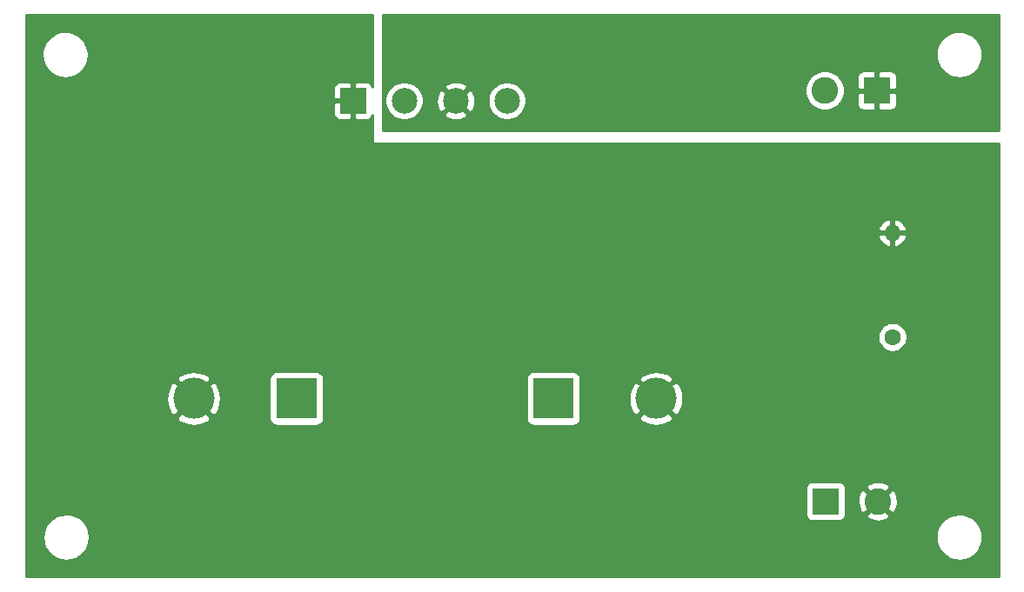
<source format=gbl>
G04 #@! TF.GenerationSoftware,KiCad,Pcbnew,(5.1.0-0)*
G04 #@! TF.CreationDate,2019-06-08T23:36:10+01:00*
G04 #@! TF.ProjectId,PowerStage,506f7765-7253-4746-9167-652e6b696361,1.0*
G04 #@! TF.SameCoordinates,Original*
G04 #@! TF.FileFunction,Copper,L2,Bot*
G04 #@! TF.FilePolarity,Positive*
%FSLAX46Y46*%
G04 Gerber Fmt 4.6, Leading zero omitted, Abs format (unit mm)*
G04 Created by KiCad (PCBNEW (5.1.0-0)) date 2019-06-08 23:36:10*
%MOMM*%
%LPD*%
G04 APERTURE LIST*
%ADD10R,2.500000X2.500000*%
%ADD11C,2.500000*%
%ADD12C,2.600000*%
%ADD13R,2.600000X2.600000*%
%ADD14C,1.600000*%
%ADD15O,1.600000X1.600000*%
%ADD16R,4.000000X4.000000*%
%ADD17C,4.000000*%
%ADD18C,0.800000*%
%ADD19C,0.254000*%
G04 APERTURE END LIST*
D10*
X122500000Y-39000000D03*
D11*
X127500000Y-39000000D03*
X132500000Y-39000000D03*
X137500000Y-39000000D03*
D12*
X173580000Y-78000000D03*
D13*
X168500000Y-78000000D03*
X173500000Y-38000000D03*
D12*
X168420000Y-38000000D03*
D14*
X175000000Y-62000000D03*
D15*
X175000000Y-51840000D03*
D16*
X117000000Y-68000000D03*
D17*
X107000000Y-68000000D03*
X152000000Y-68000000D03*
D16*
X142000000Y-68000000D03*
D18*
X115500000Y-46500000D03*
X118500000Y-46500000D03*
X121500000Y-46500000D03*
X124500000Y-46500000D03*
X128000000Y-46500000D03*
X126500000Y-48500000D03*
X123000000Y-48500000D03*
X120000000Y-48500000D03*
X117000000Y-48500000D03*
X119500000Y-51000000D03*
X122500000Y-51000000D03*
X158000000Y-51500000D03*
X160500000Y-51500000D03*
X160000000Y-53500000D03*
X162500000Y-53500000D03*
X162000000Y-56000000D03*
X164500000Y-58500000D03*
X164500000Y-56000000D03*
X165000000Y-51500000D03*
X172000000Y-48500000D03*
X175500000Y-48500000D03*
X178500000Y-48500000D03*
X105000000Y-51000000D03*
X102500000Y-52500000D03*
X100000000Y-54000000D03*
X97500000Y-55500000D03*
X95000000Y-57500000D03*
X95000000Y-55000000D03*
X97500000Y-53000000D03*
X100000000Y-51500000D03*
X95000000Y-52500000D03*
X97500000Y-50500000D03*
X130000000Y-77500000D03*
X130000000Y-80000000D03*
X130000000Y-82500000D03*
X132500000Y-82500000D03*
X127000000Y-82500000D03*
X124000000Y-82500000D03*
X135500000Y-82500000D03*
X134000000Y-80000000D03*
X126000000Y-80000000D03*
X162500000Y-79000000D03*
X162500000Y-82000000D03*
X159500000Y-82000000D03*
X142500000Y-50250000D03*
X140250000Y-51500000D03*
X138250000Y-52750000D03*
X136250000Y-54000000D03*
X134500000Y-55250000D03*
X132500000Y-56750000D03*
X132500000Y-54500000D03*
X134000000Y-53250000D03*
X136000000Y-52000000D03*
X137750000Y-50500000D03*
X140000000Y-49250000D03*
X177000000Y-46750000D03*
X173750000Y-47000000D03*
X167750000Y-51500000D03*
X170250000Y-51500000D03*
X170250000Y-53500000D03*
X167750000Y-53500000D03*
X169250000Y-55500000D03*
X126500000Y-31500000D03*
X131500000Y-31500000D03*
X135500000Y-31500000D03*
X139500000Y-31500000D03*
X143500000Y-31500000D03*
X147500000Y-31500000D03*
X151500000Y-31500000D03*
X155500000Y-31500000D03*
X159500000Y-31500000D03*
X163500000Y-31500000D03*
X167500000Y-31500000D03*
X171500000Y-31500000D03*
X175500000Y-31500000D03*
X161500000Y-37500000D03*
X163500000Y-40000000D03*
X143000000Y-38500000D03*
X161000000Y-39500000D03*
D19*
G36*
X124373000Y-37616248D02*
G01*
X124339502Y-37505820D01*
X124280537Y-37395506D01*
X124201185Y-37298815D01*
X124104494Y-37219463D01*
X123994180Y-37160498D01*
X123874482Y-37124188D01*
X123750000Y-37111928D01*
X122785750Y-37115000D01*
X122627000Y-37273750D01*
X122627000Y-38873000D01*
X122647000Y-38873000D01*
X122647000Y-39127000D01*
X122627000Y-39127000D01*
X122627000Y-40726250D01*
X122785750Y-40885000D01*
X123750000Y-40888072D01*
X123874482Y-40875812D01*
X123994180Y-40839502D01*
X124104494Y-40780537D01*
X124201185Y-40701185D01*
X124280537Y-40604494D01*
X124339502Y-40494180D01*
X124373000Y-40383752D01*
X124373000Y-43000000D01*
X124375440Y-43024776D01*
X124382667Y-43048601D01*
X124394403Y-43070557D01*
X124410197Y-43089803D01*
X124429443Y-43105597D01*
X124451399Y-43117333D01*
X124475224Y-43124560D01*
X124500000Y-43127000D01*
X185340000Y-43127000D01*
X185340001Y-85340000D01*
X90660000Y-85340000D01*
X90660000Y-81531834D01*
X92320222Y-81531834D01*
X92369823Y-81974039D01*
X92504371Y-82398188D01*
X92718741Y-82788125D01*
X93004768Y-83128998D01*
X93351556Y-83407823D01*
X93745897Y-83613979D01*
X94172771Y-83739615D01*
X94615917Y-83779944D01*
X95058458Y-83733432D01*
X95483536Y-83601848D01*
X95874960Y-83390206D01*
X96217821Y-83106566D01*
X96499060Y-82761733D01*
X96707965Y-82368840D01*
X96836578Y-81942854D01*
X96876878Y-81531834D01*
X179220222Y-81531834D01*
X179269823Y-81974039D01*
X179404371Y-82398188D01*
X179618741Y-82788125D01*
X179904768Y-83128998D01*
X180251556Y-83407823D01*
X180645897Y-83613979D01*
X181072771Y-83739615D01*
X181515917Y-83779944D01*
X181958458Y-83733432D01*
X182383536Y-83601848D01*
X182774960Y-83390206D01*
X183117821Y-83106566D01*
X183399060Y-82761733D01*
X183607965Y-82368840D01*
X183736578Y-81942854D01*
X183780000Y-81500000D01*
X183779111Y-81436339D01*
X183723341Y-80994869D01*
X183582884Y-80572640D01*
X183363090Y-80185734D01*
X183072333Y-79848888D01*
X182721685Y-79574932D01*
X182324504Y-79374302D01*
X181895918Y-79254638D01*
X181452251Y-79220500D01*
X181010403Y-79273187D01*
X180587204Y-79410693D01*
X180198773Y-79627780D01*
X179859905Y-79916179D01*
X179583508Y-80264905D01*
X179380110Y-80660676D01*
X179257457Y-81088416D01*
X179220222Y-81531834D01*
X96876878Y-81531834D01*
X96880000Y-81500000D01*
X96879111Y-81436339D01*
X96823341Y-80994869D01*
X96682884Y-80572640D01*
X96463090Y-80185734D01*
X96172333Y-79848888D01*
X95821685Y-79574932D01*
X95424504Y-79374302D01*
X94995918Y-79254638D01*
X94552251Y-79220500D01*
X94110403Y-79273187D01*
X93687204Y-79410693D01*
X93298773Y-79627780D01*
X92959905Y-79916179D01*
X92683508Y-80264905D01*
X92480110Y-80660676D01*
X92357457Y-81088416D01*
X92320222Y-81531834D01*
X90660000Y-81531834D01*
X90660000Y-76700000D01*
X166561928Y-76700000D01*
X166561928Y-79300000D01*
X166574188Y-79424482D01*
X166610498Y-79544180D01*
X166669463Y-79654494D01*
X166748815Y-79751185D01*
X166845506Y-79830537D01*
X166955820Y-79889502D01*
X167075518Y-79925812D01*
X167200000Y-79938072D01*
X169800000Y-79938072D01*
X169924482Y-79925812D01*
X170044180Y-79889502D01*
X170154494Y-79830537D01*
X170251185Y-79751185D01*
X170330537Y-79654494D01*
X170389502Y-79544180D01*
X170425812Y-79424482D01*
X170433224Y-79349224D01*
X172410381Y-79349224D01*
X172542317Y-79644312D01*
X172883045Y-79815159D01*
X173250557Y-79916250D01*
X173630729Y-79943701D01*
X174008951Y-79896457D01*
X174370690Y-79776333D01*
X174617683Y-79644312D01*
X174749619Y-79349224D01*
X173580000Y-78179605D01*
X172410381Y-79349224D01*
X170433224Y-79349224D01*
X170438072Y-79300000D01*
X170438072Y-78050729D01*
X171636299Y-78050729D01*
X171683543Y-78428951D01*
X171803667Y-78790690D01*
X171935688Y-79037683D01*
X172230776Y-79169619D01*
X173400395Y-78000000D01*
X173759605Y-78000000D01*
X174929224Y-79169619D01*
X175224312Y-79037683D01*
X175395159Y-78696955D01*
X175496250Y-78329443D01*
X175523701Y-77949271D01*
X175476457Y-77571049D01*
X175356333Y-77209310D01*
X175224312Y-76962317D01*
X174929224Y-76830381D01*
X173759605Y-78000000D01*
X173400395Y-78000000D01*
X172230776Y-76830381D01*
X171935688Y-76962317D01*
X171764841Y-77303045D01*
X171663750Y-77670557D01*
X171636299Y-78050729D01*
X170438072Y-78050729D01*
X170438072Y-76700000D01*
X170433225Y-76650776D01*
X172410381Y-76650776D01*
X173580000Y-77820395D01*
X174749619Y-76650776D01*
X174617683Y-76355688D01*
X174276955Y-76184841D01*
X173909443Y-76083750D01*
X173529271Y-76056299D01*
X173151049Y-76103543D01*
X172789310Y-76223667D01*
X172542317Y-76355688D01*
X172410381Y-76650776D01*
X170433225Y-76650776D01*
X170425812Y-76575518D01*
X170389502Y-76455820D01*
X170330537Y-76345506D01*
X170251185Y-76248815D01*
X170154494Y-76169463D01*
X170044180Y-76110498D01*
X169924482Y-76074188D01*
X169800000Y-76061928D01*
X167200000Y-76061928D01*
X167075518Y-76074188D01*
X166955820Y-76110498D01*
X166845506Y-76169463D01*
X166748815Y-76248815D01*
X166669463Y-76345506D01*
X166610498Y-76455820D01*
X166574188Y-76575518D01*
X166561928Y-76700000D01*
X90660000Y-76700000D01*
X90660000Y-69847499D01*
X105332106Y-69847499D01*
X105548228Y-70214258D01*
X106008105Y-70454938D01*
X106506098Y-70601275D01*
X107023071Y-70647648D01*
X107539159Y-70592273D01*
X108034526Y-70437279D01*
X108451772Y-70214258D01*
X108667894Y-69847499D01*
X107000000Y-68179605D01*
X105332106Y-69847499D01*
X90660000Y-69847499D01*
X90660000Y-68023071D01*
X104352352Y-68023071D01*
X104407727Y-68539159D01*
X104562721Y-69034526D01*
X104785742Y-69451772D01*
X105152501Y-69667894D01*
X106820395Y-68000000D01*
X107179605Y-68000000D01*
X108847499Y-69667894D01*
X109214258Y-69451772D01*
X109454938Y-68991895D01*
X109601275Y-68493902D01*
X109647648Y-67976929D01*
X109592273Y-67460841D01*
X109437279Y-66965474D01*
X109214258Y-66548228D01*
X108847499Y-66332106D01*
X107179605Y-68000000D01*
X106820395Y-68000000D01*
X105152501Y-66332106D01*
X104785742Y-66548228D01*
X104545062Y-67008105D01*
X104398725Y-67506098D01*
X104352352Y-68023071D01*
X90660000Y-68023071D01*
X90660000Y-66152501D01*
X105332106Y-66152501D01*
X107000000Y-67820395D01*
X108667894Y-66152501D01*
X108578029Y-66000000D01*
X114361928Y-66000000D01*
X114361928Y-70000000D01*
X114374188Y-70124482D01*
X114410498Y-70244180D01*
X114469463Y-70354494D01*
X114548815Y-70451185D01*
X114645506Y-70530537D01*
X114755820Y-70589502D01*
X114875518Y-70625812D01*
X115000000Y-70638072D01*
X119000000Y-70638072D01*
X119124482Y-70625812D01*
X119244180Y-70589502D01*
X119354494Y-70530537D01*
X119451185Y-70451185D01*
X119530537Y-70354494D01*
X119589502Y-70244180D01*
X119625812Y-70124482D01*
X119638072Y-70000000D01*
X119638072Y-66000000D01*
X139361928Y-66000000D01*
X139361928Y-70000000D01*
X139374188Y-70124482D01*
X139410498Y-70244180D01*
X139469463Y-70354494D01*
X139548815Y-70451185D01*
X139645506Y-70530537D01*
X139755820Y-70589502D01*
X139875518Y-70625812D01*
X140000000Y-70638072D01*
X144000000Y-70638072D01*
X144124482Y-70625812D01*
X144244180Y-70589502D01*
X144354494Y-70530537D01*
X144451185Y-70451185D01*
X144530537Y-70354494D01*
X144589502Y-70244180D01*
X144625812Y-70124482D01*
X144638072Y-70000000D01*
X144638072Y-69847499D01*
X150332106Y-69847499D01*
X150548228Y-70214258D01*
X151008105Y-70454938D01*
X151506098Y-70601275D01*
X152023071Y-70647648D01*
X152539159Y-70592273D01*
X153034526Y-70437279D01*
X153451772Y-70214258D01*
X153667894Y-69847499D01*
X152000000Y-68179605D01*
X150332106Y-69847499D01*
X144638072Y-69847499D01*
X144638072Y-68023071D01*
X149352352Y-68023071D01*
X149407727Y-68539159D01*
X149562721Y-69034526D01*
X149785742Y-69451772D01*
X150152501Y-69667894D01*
X151820395Y-68000000D01*
X152179605Y-68000000D01*
X153847499Y-69667894D01*
X154214258Y-69451772D01*
X154454938Y-68991895D01*
X154601275Y-68493902D01*
X154647648Y-67976929D01*
X154592273Y-67460841D01*
X154437279Y-66965474D01*
X154214258Y-66548228D01*
X153847499Y-66332106D01*
X152179605Y-68000000D01*
X151820395Y-68000000D01*
X150152501Y-66332106D01*
X149785742Y-66548228D01*
X149545062Y-67008105D01*
X149398725Y-67506098D01*
X149352352Y-68023071D01*
X144638072Y-68023071D01*
X144638072Y-66152501D01*
X150332106Y-66152501D01*
X152000000Y-67820395D01*
X153667894Y-66152501D01*
X153451772Y-65785742D01*
X152991895Y-65545062D01*
X152493902Y-65398725D01*
X151976929Y-65352352D01*
X151460841Y-65407727D01*
X150965474Y-65562721D01*
X150548228Y-65785742D01*
X150332106Y-66152501D01*
X144638072Y-66152501D01*
X144638072Y-66000000D01*
X144625812Y-65875518D01*
X144589502Y-65755820D01*
X144530537Y-65645506D01*
X144451185Y-65548815D01*
X144354494Y-65469463D01*
X144244180Y-65410498D01*
X144124482Y-65374188D01*
X144000000Y-65361928D01*
X140000000Y-65361928D01*
X139875518Y-65374188D01*
X139755820Y-65410498D01*
X139645506Y-65469463D01*
X139548815Y-65548815D01*
X139469463Y-65645506D01*
X139410498Y-65755820D01*
X139374188Y-65875518D01*
X139361928Y-66000000D01*
X119638072Y-66000000D01*
X119625812Y-65875518D01*
X119589502Y-65755820D01*
X119530537Y-65645506D01*
X119451185Y-65548815D01*
X119354494Y-65469463D01*
X119244180Y-65410498D01*
X119124482Y-65374188D01*
X119000000Y-65361928D01*
X115000000Y-65361928D01*
X114875518Y-65374188D01*
X114755820Y-65410498D01*
X114645506Y-65469463D01*
X114548815Y-65548815D01*
X114469463Y-65645506D01*
X114410498Y-65755820D01*
X114374188Y-65875518D01*
X114361928Y-66000000D01*
X108578029Y-66000000D01*
X108451772Y-65785742D01*
X107991895Y-65545062D01*
X107493902Y-65398725D01*
X106976929Y-65352352D01*
X106460841Y-65407727D01*
X105965474Y-65562721D01*
X105548228Y-65785742D01*
X105332106Y-66152501D01*
X90660000Y-66152501D01*
X90660000Y-61858665D01*
X173565000Y-61858665D01*
X173565000Y-62141335D01*
X173620147Y-62418574D01*
X173728320Y-62679727D01*
X173885363Y-62914759D01*
X174085241Y-63114637D01*
X174320273Y-63271680D01*
X174581426Y-63379853D01*
X174858665Y-63435000D01*
X175141335Y-63435000D01*
X175418574Y-63379853D01*
X175679727Y-63271680D01*
X175914759Y-63114637D01*
X176114637Y-62914759D01*
X176271680Y-62679727D01*
X176379853Y-62418574D01*
X176435000Y-62141335D01*
X176435000Y-61858665D01*
X176379853Y-61581426D01*
X176271680Y-61320273D01*
X176114637Y-61085241D01*
X175914759Y-60885363D01*
X175679727Y-60728320D01*
X175418574Y-60620147D01*
X175141335Y-60565000D01*
X174858665Y-60565000D01*
X174581426Y-60620147D01*
X174320273Y-60728320D01*
X174085241Y-60885363D01*
X173885363Y-61085241D01*
X173728320Y-61320273D01*
X173620147Y-61581426D01*
X173565000Y-61858665D01*
X90660000Y-61858665D01*
X90660000Y-52189040D01*
X173608091Y-52189040D01*
X173702930Y-52453881D01*
X173847615Y-52695131D01*
X174036586Y-52903519D01*
X174262580Y-53071037D01*
X174516913Y-53191246D01*
X174650961Y-53231904D01*
X174873000Y-53109915D01*
X174873000Y-51967000D01*
X175127000Y-51967000D01*
X175127000Y-53109915D01*
X175349039Y-53231904D01*
X175483087Y-53191246D01*
X175737420Y-53071037D01*
X175963414Y-52903519D01*
X176152385Y-52695131D01*
X176297070Y-52453881D01*
X176391909Y-52189040D01*
X176270624Y-51967000D01*
X175127000Y-51967000D01*
X174873000Y-51967000D01*
X173729376Y-51967000D01*
X173608091Y-52189040D01*
X90660000Y-52189040D01*
X90660000Y-51490960D01*
X173608091Y-51490960D01*
X173729376Y-51713000D01*
X174873000Y-51713000D01*
X174873000Y-50570085D01*
X175127000Y-50570085D01*
X175127000Y-51713000D01*
X176270624Y-51713000D01*
X176391909Y-51490960D01*
X176297070Y-51226119D01*
X176152385Y-50984869D01*
X175963414Y-50776481D01*
X175737420Y-50608963D01*
X175483087Y-50488754D01*
X175349039Y-50448096D01*
X175127000Y-50570085D01*
X174873000Y-50570085D01*
X174650961Y-50448096D01*
X174516913Y-50488754D01*
X174262580Y-50608963D01*
X174036586Y-50776481D01*
X173847615Y-50984869D01*
X173702930Y-51226119D01*
X173608091Y-51490960D01*
X90660000Y-51490960D01*
X90660000Y-40250000D01*
X120611928Y-40250000D01*
X120624188Y-40374482D01*
X120660498Y-40494180D01*
X120719463Y-40604494D01*
X120798815Y-40701185D01*
X120895506Y-40780537D01*
X121005820Y-40839502D01*
X121125518Y-40875812D01*
X121250000Y-40888072D01*
X122214250Y-40885000D01*
X122373000Y-40726250D01*
X122373000Y-39127000D01*
X120773750Y-39127000D01*
X120615000Y-39285750D01*
X120611928Y-40250000D01*
X90660000Y-40250000D01*
X90660000Y-37750000D01*
X120611928Y-37750000D01*
X120615000Y-38714250D01*
X120773750Y-38873000D01*
X122373000Y-38873000D01*
X122373000Y-37273750D01*
X122214250Y-37115000D01*
X121250000Y-37111928D01*
X121125518Y-37124188D01*
X121005820Y-37160498D01*
X120895506Y-37219463D01*
X120798815Y-37298815D01*
X120719463Y-37395506D01*
X120660498Y-37505820D01*
X120624188Y-37625518D01*
X120611928Y-37750000D01*
X90660000Y-37750000D01*
X90660000Y-34531834D01*
X92220222Y-34531834D01*
X92269823Y-34974039D01*
X92404371Y-35398188D01*
X92618741Y-35788125D01*
X92904768Y-36128998D01*
X93251556Y-36407823D01*
X93645897Y-36613979D01*
X94072771Y-36739615D01*
X94515917Y-36779944D01*
X94958458Y-36733432D01*
X95383536Y-36601848D01*
X95774960Y-36390206D01*
X96117821Y-36106566D01*
X96399060Y-35761733D01*
X96607965Y-35368840D01*
X96736578Y-34942854D01*
X96780000Y-34500000D01*
X96779111Y-34436339D01*
X96723341Y-33994869D01*
X96582884Y-33572640D01*
X96363090Y-33185734D01*
X96072333Y-32848888D01*
X95721685Y-32574932D01*
X95324504Y-32374302D01*
X94895918Y-32254638D01*
X94452251Y-32220500D01*
X94010403Y-32273187D01*
X93587204Y-32410693D01*
X93198773Y-32627780D01*
X92859905Y-32916179D01*
X92583508Y-33264905D01*
X92380110Y-33660676D01*
X92257457Y-34088416D01*
X92220222Y-34531834D01*
X90660000Y-34531834D01*
X90660000Y-30660000D01*
X124373000Y-30660000D01*
X124373000Y-37616248D01*
X124373000Y-37616248D01*
G37*
X124373000Y-37616248D02*
X124339502Y-37505820D01*
X124280537Y-37395506D01*
X124201185Y-37298815D01*
X124104494Y-37219463D01*
X123994180Y-37160498D01*
X123874482Y-37124188D01*
X123750000Y-37111928D01*
X122785750Y-37115000D01*
X122627000Y-37273750D01*
X122627000Y-38873000D01*
X122647000Y-38873000D01*
X122647000Y-39127000D01*
X122627000Y-39127000D01*
X122627000Y-40726250D01*
X122785750Y-40885000D01*
X123750000Y-40888072D01*
X123874482Y-40875812D01*
X123994180Y-40839502D01*
X124104494Y-40780537D01*
X124201185Y-40701185D01*
X124280537Y-40604494D01*
X124339502Y-40494180D01*
X124373000Y-40383752D01*
X124373000Y-43000000D01*
X124375440Y-43024776D01*
X124382667Y-43048601D01*
X124394403Y-43070557D01*
X124410197Y-43089803D01*
X124429443Y-43105597D01*
X124451399Y-43117333D01*
X124475224Y-43124560D01*
X124500000Y-43127000D01*
X185340000Y-43127000D01*
X185340001Y-85340000D01*
X90660000Y-85340000D01*
X90660000Y-81531834D01*
X92320222Y-81531834D01*
X92369823Y-81974039D01*
X92504371Y-82398188D01*
X92718741Y-82788125D01*
X93004768Y-83128998D01*
X93351556Y-83407823D01*
X93745897Y-83613979D01*
X94172771Y-83739615D01*
X94615917Y-83779944D01*
X95058458Y-83733432D01*
X95483536Y-83601848D01*
X95874960Y-83390206D01*
X96217821Y-83106566D01*
X96499060Y-82761733D01*
X96707965Y-82368840D01*
X96836578Y-81942854D01*
X96876878Y-81531834D01*
X179220222Y-81531834D01*
X179269823Y-81974039D01*
X179404371Y-82398188D01*
X179618741Y-82788125D01*
X179904768Y-83128998D01*
X180251556Y-83407823D01*
X180645897Y-83613979D01*
X181072771Y-83739615D01*
X181515917Y-83779944D01*
X181958458Y-83733432D01*
X182383536Y-83601848D01*
X182774960Y-83390206D01*
X183117821Y-83106566D01*
X183399060Y-82761733D01*
X183607965Y-82368840D01*
X183736578Y-81942854D01*
X183780000Y-81500000D01*
X183779111Y-81436339D01*
X183723341Y-80994869D01*
X183582884Y-80572640D01*
X183363090Y-80185734D01*
X183072333Y-79848888D01*
X182721685Y-79574932D01*
X182324504Y-79374302D01*
X181895918Y-79254638D01*
X181452251Y-79220500D01*
X181010403Y-79273187D01*
X180587204Y-79410693D01*
X180198773Y-79627780D01*
X179859905Y-79916179D01*
X179583508Y-80264905D01*
X179380110Y-80660676D01*
X179257457Y-81088416D01*
X179220222Y-81531834D01*
X96876878Y-81531834D01*
X96880000Y-81500000D01*
X96879111Y-81436339D01*
X96823341Y-80994869D01*
X96682884Y-80572640D01*
X96463090Y-80185734D01*
X96172333Y-79848888D01*
X95821685Y-79574932D01*
X95424504Y-79374302D01*
X94995918Y-79254638D01*
X94552251Y-79220500D01*
X94110403Y-79273187D01*
X93687204Y-79410693D01*
X93298773Y-79627780D01*
X92959905Y-79916179D01*
X92683508Y-80264905D01*
X92480110Y-80660676D01*
X92357457Y-81088416D01*
X92320222Y-81531834D01*
X90660000Y-81531834D01*
X90660000Y-76700000D01*
X166561928Y-76700000D01*
X166561928Y-79300000D01*
X166574188Y-79424482D01*
X166610498Y-79544180D01*
X166669463Y-79654494D01*
X166748815Y-79751185D01*
X166845506Y-79830537D01*
X166955820Y-79889502D01*
X167075518Y-79925812D01*
X167200000Y-79938072D01*
X169800000Y-79938072D01*
X169924482Y-79925812D01*
X170044180Y-79889502D01*
X170154494Y-79830537D01*
X170251185Y-79751185D01*
X170330537Y-79654494D01*
X170389502Y-79544180D01*
X170425812Y-79424482D01*
X170433224Y-79349224D01*
X172410381Y-79349224D01*
X172542317Y-79644312D01*
X172883045Y-79815159D01*
X173250557Y-79916250D01*
X173630729Y-79943701D01*
X174008951Y-79896457D01*
X174370690Y-79776333D01*
X174617683Y-79644312D01*
X174749619Y-79349224D01*
X173580000Y-78179605D01*
X172410381Y-79349224D01*
X170433224Y-79349224D01*
X170438072Y-79300000D01*
X170438072Y-78050729D01*
X171636299Y-78050729D01*
X171683543Y-78428951D01*
X171803667Y-78790690D01*
X171935688Y-79037683D01*
X172230776Y-79169619D01*
X173400395Y-78000000D01*
X173759605Y-78000000D01*
X174929224Y-79169619D01*
X175224312Y-79037683D01*
X175395159Y-78696955D01*
X175496250Y-78329443D01*
X175523701Y-77949271D01*
X175476457Y-77571049D01*
X175356333Y-77209310D01*
X175224312Y-76962317D01*
X174929224Y-76830381D01*
X173759605Y-78000000D01*
X173400395Y-78000000D01*
X172230776Y-76830381D01*
X171935688Y-76962317D01*
X171764841Y-77303045D01*
X171663750Y-77670557D01*
X171636299Y-78050729D01*
X170438072Y-78050729D01*
X170438072Y-76700000D01*
X170433225Y-76650776D01*
X172410381Y-76650776D01*
X173580000Y-77820395D01*
X174749619Y-76650776D01*
X174617683Y-76355688D01*
X174276955Y-76184841D01*
X173909443Y-76083750D01*
X173529271Y-76056299D01*
X173151049Y-76103543D01*
X172789310Y-76223667D01*
X172542317Y-76355688D01*
X172410381Y-76650776D01*
X170433225Y-76650776D01*
X170425812Y-76575518D01*
X170389502Y-76455820D01*
X170330537Y-76345506D01*
X170251185Y-76248815D01*
X170154494Y-76169463D01*
X170044180Y-76110498D01*
X169924482Y-76074188D01*
X169800000Y-76061928D01*
X167200000Y-76061928D01*
X167075518Y-76074188D01*
X166955820Y-76110498D01*
X166845506Y-76169463D01*
X166748815Y-76248815D01*
X166669463Y-76345506D01*
X166610498Y-76455820D01*
X166574188Y-76575518D01*
X166561928Y-76700000D01*
X90660000Y-76700000D01*
X90660000Y-69847499D01*
X105332106Y-69847499D01*
X105548228Y-70214258D01*
X106008105Y-70454938D01*
X106506098Y-70601275D01*
X107023071Y-70647648D01*
X107539159Y-70592273D01*
X108034526Y-70437279D01*
X108451772Y-70214258D01*
X108667894Y-69847499D01*
X107000000Y-68179605D01*
X105332106Y-69847499D01*
X90660000Y-69847499D01*
X90660000Y-68023071D01*
X104352352Y-68023071D01*
X104407727Y-68539159D01*
X104562721Y-69034526D01*
X104785742Y-69451772D01*
X105152501Y-69667894D01*
X106820395Y-68000000D01*
X107179605Y-68000000D01*
X108847499Y-69667894D01*
X109214258Y-69451772D01*
X109454938Y-68991895D01*
X109601275Y-68493902D01*
X109647648Y-67976929D01*
X109592273Y-67460841D01*
X109437279Y-66965474D01*
X109214258Y-66548228D01*
X108847499Y-66332106D01*
X107179605Y-68000000D01*
X106820395Y-68000000D01*
X105152501Y-66332106D01*
X104785742Y-66548228D01*
X104545062Y-67008105D01*
X104398725Y-67506098D01*
X104352352Y-68023071D01*
X90660000Y-68023071D01*
X90660000Y-66152501D01*
X105332106Y-66152501D01*
X107000000Y-67820395D01*
X108667894Y-66152501D01*
X108578029Y-66000000D01*
X114361928Y-66000000D01*
X114361928Y-70000000D01*
X114374188Y-70124482D01*
X114410498Y-70244180D01*
X114469463Y-70354494D01*
X114548815Y-70451185D01*
X114645506Y-70530537D01*
X114755820Y-70589502D01*
X114875518Y-70625812D01*
X115000000Y-70638072D01*
X119000000Y-70638072D01*
X119124482Y-70625812D01*
X119244180Y-70589502D01*
X119354494Y-70530537D01*
X119451185Y-70451185D01*
X119530537Y-70354494D01*
X119589502Y-70244180D01*
X119625812Y-70124482D01*
X119638072Y-70000000D01*
X119638072Y-66000000D01*
X139361928Y-66000000D01*
X139361928Y-70000000D01*
X139374188Y-70124482D01*
X139410498Y-70244180D01*
X139469463Y-70354494D01*
X139548815Y-70451185D01*
X139645506Y-70530537D01*
X139755820Y-70589502D01*
X139875518Y-70625812D01*
X140000000Y-70638072D01*
X144000000Y-70638072D01*
X144124482Y-70625812D01*
X144244180Y-70589502D01*
X144354494Y-70530537D01*
X144451185Y-70451185D01*
X144530537Y-70354494D01*
X144589502Y-70244180D01*
X144625812Y-70124482D01*
X144638072Y-70000000D01*
X144638072Y-69847499D01*
X150332106Y-69847499D01*
X150548228Y-70214258D01*
X151008105Y-70454938D01*
X151506098Y-70601275D01*
X152023071Y-70647648D01*
X152539159Y-70592273D01*
X153034526Y-70437279D01*
X153451772Y-70214258D01*
X153667894Y-69847499D01*
X152000000Y-68179605D01*
X150332106Y-69847499D01*
X144638072Y-69847499D01*
X144638072Y-68023071D01*
X149352352Y-68023071D01*
X149407727Y-68539159D01*
X149562721Y-69034526D01*
X149785742Y-69451772D01*
X150152501Y-69667894D01*
X151820395Y-68000000D01*
X152179605Y-68000000D01*
X153847499Y-69667894D01*
X154214258Y-69451772D01*
X154454938Y-68991895D01*
X154601275Y-68493902D01*
X154647648Y-67976929D01*
X154592273Y-67460841D01*
X154437279Y-66965474D01*
X154214258Y-66548228D01*
X153847499Y-66332106D01*
X152179605Y-68000000D01*
X151820395Y-68000000D01*
X150152501Y-66332106D01*
X149785742Y-66548228D01*
X149545062Y-67008105D01*
X149398725Y-67506098D01*
X149352352Y-68023071D01*
X144638072Y-68023071D01*
X144638072Y-66152501D01*
X150332106Y-66152501D01*
X152000000Y-67820395D01*
X153667894Y-66152501D01*
X153451772Y-65785742D01*
X152991895Y-65545062D01*
X152493902Y-65398725D01*
X151976929Y-65352352D01*
X151460841Y-65407727D01*
X150965474Y-65562721D01*
X150548228Y-65785742D01*
X150332106Y-66152501D01*
X144638072Y-66152501D01*
X144638072Y-66000000D01*
X144625812Y-65875518D01*
X144589502Y-65755820D01*
X144530537Y-65645506D01*
X144451185Y-65548815D01*
X144354494Y-65469463D01*
X144244180Y-65410498D01*
X144124482Y-65374188D01*
X144000000Y-65361928D01*
X140000000Y-65361928D01*
X139875518Y-65374188D01*
X139755820Y-65410498D01*
X139645506Y-65469463D01*
X139548815Y-65548815D01*
X139469463Y-65645506D01*
X139410498Y-65755820D01*
X139374188Y-65875518D01*
X139361928Y-66000000D01*
X119638072Y-66000000D01*
X119625812Y-65875518D01*
X119589502Y-65755820D01*
X119530537Y-65645506D01*
X119451185Y-65548815D01*
X119354494Y-65469463D01*
X119244180Y-65410498D01*
X119124482Y-65374188D01*
X119000000Y-65361928D01*
X115000000Y-65361928D01*
X114875518Y-65374188D01*
X114755820Y-65410498D01*
X114645506Y-65469463D01*
X114548815Y-65548815D01*
X114469463Y-65645506D01*
X114410498Y-65755820D01*
X114374188Y-65875518D01*
X114361928Y-66000000D01*
X108578029Y-66000000D01*
X108451772Y-65785742D01*
X107991895Y-65545062D01*
X107493902Y-65398725D01*
X106976929Y-65352352D01*
X106460841Y-65407727D01*
X105965474Y-65562721D01*
X105548228Y-65785742D01*
X105332106Y-66152501D01*
X90660000Y-66152501D01*
X90660000Y-61858665D01*
X173565000Y-61858665D01*
X173565000Y-62141335D01*
X173620147Y-62418574D01*
X173728320Y-62679727D01*
X173885363Y-62914759D01*
X174085241Y-63114637D01*
X174320273Y-63271680D01*
X174581426Y-63379853D01*
X174858665Y-63435000D01*
X175141335Y-63435000D01*
X175418574Y-63379853D01*
X175679727Y-63271680D01*
X175914759Y-63114637D01*
X176114637Y-62914759D01*
X176271680Y-62679727D01*
X176379853Y-62418574D01*
X176435000Y-62141335D01*
X176435000Y-61858665D01*
X176379853Y-61581426D01*
X176271680Y-61320273D01*
X176114637Y-61085241D01*
X175914759Y-60885363D01*
X175679727Y-60728320D01*
X175418574Y-60620147D01*
X175141335Y-60565000D01*
X174858665Y-60565000D01*
X174581426Y-60620147D01*
X174320273Y-60728320D01*
X174085241Y-60885363D01*
X173885363Y-61085241D01*
X173728320Y-61320273D01*
X173620147Y-61581426D01*
X173565000Y-61858665D01*
X90660000Y-61858665D01*
X90660000Y-52189040D01*
X173608091Y-52189040D01*
X173702930Y-52453881D01*
X173847615Y-52695131D01*
X174036586Y-52903519D01*
X174262580Y-53071037D01*
X174516913Y-53191246D01*
X174650961Y-53231904D01*
X174873000Y-53109915D01*
X174873000Y-51967000D01*
X175127000Y-51967000D01*
X175127000Y-53109915D01*
X175349039Y-53231904D01*
X175483087Y-53191246D01*
X175737420Y-53071037D01*
X175963414Y-52903519D01*
X176152385Y-52695131D01*
X176297070Y-52453881D01*
X176391909Y-52189040D01*
X176270624Y-51967000D01*
X175127000Y-51967000D01*
X174873000Y-51967000D01*
X173729376Y-51967000D01*
X173608091Y-52189040D01*
X90660000Y-52189040D01*
X90660000Y-51490960D01*
X173608091Y-51490960D01*
X173729376Y-51713000D01*
X174873000Y-51713000D01*
X174873000Y-50570085D01*
X175127000Y-50570085D01*
X175127000Y-51713000D01*
X176270624Y-51713000D01*
X176391909Y-51490960D01*
X176297070Y-51226119D01*
X176152385Y-50984869D01*
X175963414Y-50776481D01*
X175737420Y-50608963D01*
X175483087Y-50488754D01*
X175349039Y-50448096D01*
X175127000Y-50570085D01*
X174873000Y-50570085D01*
X174650961Y-50448096D01*
X174516913Y-50488754D01*
X174262580Y-50608963D01*
X174036586Y-50776481D01*
X173847615Y-50984869D01*
X173702930Y-51226119D01*
X173608091Y-51490960D01*
X90660000Y-51490960D01*
X90660000Y-40250000D01*
X120611928Y-40250000D01*
X120624188Y-40374482D01*
X120660498Y-40494180D01*
X120719463Y-40604494D01*
X120798815Y-40701185D01*
X120895506Y-40780537D01*
X121005820Y-40839502D01*
X121125518Y-40875812D01*
X121250000Y-40888072D01*
X122214250Y-40885000D01*
X122373000Y-40726250D01*
X122373000Y-39127000D01*
X120773750Y-39127000D01*
X120615000Y-39285750D01*
X120611928Y-40250000D01*
X90660000Y-40250000D01*
X90660000Y-37750000D01*
X120611928Y-37750000D01*
X120615000Y-38714250D01*
X120773750Y-38873000D01*
X122373000Y-38873000D01*
X122373000Y-37273750D01*
X122214250Y-37115000D01*
X121250000Y-37111928D01*
X121125518Y-37124188D01*
X121005820Y-37160498D01*
X120895506Y-37219463D01*
X120798815Y-37298815D01*
X120719463Y-37395506D01*
X120660498Y-37505820D01*
X120624188Y-37625518D01*
X120611928Y-37750000D01*
X90660000Y-37750000D01*
X90660000Y-34531834D01*
X92220222Y-34531834D01*
X92269823Y-34974039D01*
X92404371Y-35398188D01*
X92618741Y-35788125D01*
X92904768Y-36128998D01*
X93251556Y-36407823D01*
X93645897Y-36613979D01*
X94072771Y-36739615D01*
X94515917Y-36779944D01*
X94958458Y-36733432D01*
X95383536Y-36601848D01*
X95774960Y-36390206D01*
X96117821Y-36106566D01*
X96399060Y-35761733D01*
X96607965Y-35368840D01*
X96736578Y-34942854D01*
X96780000Y-34500000D01*
X96779111Y-34436339D01*
X96723341Y-33994869D01*
X96582884Y-33572640D01*
X96363090Y-33185734D01*
X96072333Y-32848888D01*
X95721685Y-32574932D01*
X95324504Y-32374302D01*
X94895918Y-32254638D01*
X94452251Y-32220500D01*
X94010403Y-32273187D01*
X93587204Y-32410693D01*
X93198773Y-32627780D01*
X92859905Y-32916179D01*
X92583508Y-33264905D01*
X92380110Y-33660676D01*
X92257457Y-34088416D01*
X92220222Y-34531834D01*
X90660000Y-34531834D01*
X90660000Y-30660000D01*
X124373000Y-30660000D01*
X124373000Y-37616248D01*
G36*
X185340000Y-41873000D02*
G01*
X125377000Y-41873000D01*
X125377000Y-38814344D01*
X125615000Y-38814344D01*
X125615000Y-39185656D01*
X125687439Y-39549834D01*
X125829534Y-39892882D01*
X126035825Y-40201618D01*
X126298382Y-40464175D01*
X126607118Y-40670466D01*
X126950166Y-40812561D01*
X127314344Y-40885000D01*
X127685656Y-40885000D01*
X128049834Y-40812561D01*
X128392882Y-40670466D01*
X128701618Y-40464175D01*
X128852188Y-40313605D01*
X131366000Y-40313605D01*
X131491914Y-40603577D01*
X131824126Y-40769433D01*
X132182312Y-40867290D01*
X132552706Y-40893389D01*
X132921075Y-40846725D01*
X133273262Y-40729094D01*
X133508086Y-40603577D01*
X133634000Y-40313605D01*
X132500000Y-39179605D01*
X131366000Y-40313605D01*
X128852188Y-40313605D01*
X128964175Y-40201618D01*
X129170466Y-39892882D01*
X129312561Y-39549834D01*
X129385000Y-39185656D01*
X129385000Y-39052706D01*
X130606611Y-39052706D01*
X130653275Y-39421075D01*
X130770906Y-39773262D01*
X130896423Y-40008086D01*
X131186395Y-40134000D01*
X132320395Y-39000000D01*
X132679605Y-39000000D01*
X133813605Y-40134000D01*
X134103577Y-40008086D01*
X134269433Y-39675874D01*
X134367290Y-39317688D01*
X134393389Y-38947294D01*
X134376548Y-38814344D01*
X135615000Y-38814344D01*
X135615000Y-39185656D01*
X135687439Y-39549834D01*
X135829534Y-39892882D01*
X136035825Y-40201618D01*
X136298382Y-40464175D01*
X136607118Y-40670466D01*
X136950166Y-40812561D01*
X137314344Y-40885000D01*
X137685656Y-40885000D01*
X138049834Y-40812561D01*
X138392882Y-40670466D01*
X138701618Y-40464175D01*
X138964175Y-40201618D01*
X139170466Y-39892882D01*
X139312561Y-39549834D01*
X139385000Y-39185656D01*
X139385000Y-38814344D01*
X139312561Y-38450166D01*
X139170466Y-38107118D01*
X138971550Y-37809419D01*
X166485000Y-37809419D01*
X166485000Y-38190581D01*
X166559361Y-38564419D01*
X166705225Y-38916566D01*
X166916987Y-39233491D01*
X167186509Y-39503013D01*
X167503434Y-39714775D01*
X167855581Y-39860639D01*
X168229419Y-39935000D01*
X168610581Y-39935000D01*
X168984419Y-39860639D01*
X169336566Y-39714775D01*
X169653491Y-39503013D01*
X169856504Y-39300000D01*
X171561928Y-39300000D01*
X171574188Y-39424482D01*
X171610498Y-39544180D01*
X171669463Y-39654494D01*
X171748815Y-39751185D01*
X171845506Y-39830537D01*
X171955820Y-39889502D01*
X172075518Y-39925812D01*
X172200000Y-39938072D01*
X173214250Y-39935000D01*
X173373000Y-39776250D01*
X173373000Y-38127000D01*
X173627000Y-38127000D01*
X173627000Y-39776250D01*
X173785750Y-39935000D01*
X174800000Y-39938072D01*
X174924482Y-39925812D01*
X175044180Y-39889502D01*
X175154494Y-39830537D01*
X175251185Y-39751185D01*
X175330537Y-39654494D01*
X175389502Y-39544180D01*
X175425812Y-39424482D01*
X175438072Y-39300000D01*
X175435000Y-38285750D01*
X175276250Y-38127000D01*
X173627000Y-38127000D01*
X173373000Y-38127000D01*
X171723750Y-38127000D01*
X171565000Y-38285750D01*
X171561928Y-39300000D01*
X169856504Y-39300000D01*
X169923013Y-39233491D01*
X170134775Y-38916566D01*
X170280639Y-38564419D01*
X170355000Y-38190581D01*
X170355000Y-37809419D01*
X170280639Y-37435581D01*
X170134775Y-37083434D01*
X169923013Y-36766509D01*
X169856504Y-36700000D01*
X171561928Y-36700000D01*
X171565000Y-37714250D01*
X171723750Y-37873000D01*
X173373000Y-37873000D01*
X173373000Y-36223750D01*
X173627000Y-36223750D01*
X173627000Y-37873000D01*
X175276250Y-37873000D01*
X175435000Y-37714250D01*
X175438072Y-36700000D01*
X175425812Y-36575518D01*
X175389502Y-36455820D01*
X175330537Y-36345506D01*
X175251185Y-36248815D01*
X175154494Y-36169463D01*
X175044180Y-36110498D01*
X174924482Y-36074188D01*
X174800000Y-36061928D01*
X173785750Y-36065000D01*
X173627000Y-36223750D01*
X173373000Y-36223750D01*
X173214250Y-36065000D01*
X172200000Y-36061928D01*
X172075518Y-36074188D01*
X171955820Y-36110498D01*
X171845506Y-36169463D01*
X171748815Y-36248815D01*
X171669463Y-36345506D01*
X171610498Y-36455820D01*
X171574188Y-36575518D01*
X171561928Y-36700000D01*
X169856504Y-36700000D01*
X169653491Y-36496987D01*
X169336566Y-36285225D01*
X168984419Y-36139361D01*
X168610581Y-36065000D01*
X168229419Y-36065000D01*
X167855581Y-36139361D01*
X167503434Y-36285225D01*
X167186509Y-36496987D01*
X166916987Y-36766509D01*
X166705225Y-37083434D01*
X166559361Y-37435581D01*
X166485000Y-37809419D01*
X138971550Y-37809419D01*
X138964175Y-37798382D01*
X138701618Y-37535825D01*
X138392882Y-37329534D01*
X138049834Y-37187439D01*
X137685656Y-37115000D01*
X137314344Y-37115000D01*
X136950166Y-37187439D01*
X136607118Y-37329534D01*
X136298382Y-37535825D01*
X136035825Y-37798382D01*
X135829534Y-38107118D01*
X135687439Y-38450166D01*
X135615000Y-38814344D01*
X134376548Y-38814344D01*
X134346725Y-38578925D01*
X134229094Y-38226738D01*
X134103577Y-37991914D01*
X133813605Y-37866000D01*
X132679605Y-39000000D01*
X132320395Y-39000000D01*
X131186395Y-37866000D01*
X130896423Y-37991914D01*
X130730567Y-38324126D01*
X130632710Y-38682312D01*
X130606611Y-39052706D01*
X129385000Y-39052706D01*
X129385000Y-38814344D01*
X129312561Y-38450166D01*
X129170466Y-38107118D01*
X128964175Y-37798382D01*
X128852188Y-37686395D01*
X131366000Y-37686395D01*
X132500000Y-38820395D01*
X133634000Y-37686395D01*
X133508086Y-37396423D01*
X133175874Y-37230567D01*
X132817688Y-37132710D01*
X132447294Y-37106611D01*
X132078925Y-37153275D01*
X131726738Y-37270906D01*
X131491914Y-37396423D01*
X131366000Y-37686395D01*
X128852188Y-37686395D01*
X128701618Y-37535825D01*
X128392882Y-37329534D01*
X128049834Y-37187439D01*
X127685656Y-37115000D01*
X127314344Y-37115000D01*
X126950166Y-37187439D01*
X126607118Y-37329534D01*
X126298382Y-37535825D01*
X126035825Y-37798382D01*
X125829534Y-38107118D01*
X125687439Y-38450166D01*
X125615000Y-38814344D01*
X125377000Y-38814344D01*
X125377000Y-34531834D01*
X179220222Y-34531834D01*
X179269823Y-34974039D01*
X179404371Y-35398188D01*
X179618741Y-35788125D01*
X179904768Y-36128998D01*
X180251556Y-36407823D01*
X180645897Y-36613979D01*
X181072771Y-36739615D01*
X181515917Y-36779944D01*
X181958458Y-36733432D01*
X182383536Y-36601848D01*
X182774960Y-36390206D01*
X183117821Y-36106566D01*
X183399060Y-35761733D01*
X183607965Y-35368840D01*
X183736578Y-34942854D01*
X183780000Y-34500000D01*
X183779111Y-34436339D01*
X183723341Y-33994869D01*
X183582884Y-33572640D01*
X183363090Y-33185734D01*
X183072333Y-32848888D01*
X182721685Y-32574932D01*
X182324504Y-32374302D01*
X181895918Y-32254638D01*
X181452251Y-32220500D01*
X181010403Y-32273187D01*
X180587204Y-32410693D01*
X180198773Y-32627780D01*
X179859905Y-32916179D01*
X179583508Y-33264905D01*
X179380110Y-33660676D01*
X179257457Y-34088416D01*
X179220222Y-34531834D01*
X125377000Y-34531834D01*
X125377000Y-30660000D01*
X185340000Y-30660000D01*
X185340000Y-41873000D01*
X185340000Y-41873000D01*
G37*
X185340000Y-41873000D02*
X125377000Y-41873000D01*
X125377000Y-38814344D01*
X125615000Y-38814344D01*
X125615000Y-39185656D01*
X125687439Y-39549834D01*
X125829534Y-39892882D01*
X126035825Y-40201618D01*
X126298382Y-40464175D01*
X126607118Y-40670466D01*
X126950166Y-40812561D01*
X127314344Y-40885000D01*
X127685656Y-40885000D01*
X128049834Y-40812561D01*
X128392882Y-40670466D01*
X128701618Y-40464175D01*
X128852188Y-40313605D01*
X131366000Y-40313605D01*
X131491914Y-40603577D01*
X131824126Y-40769433D01*
X132182312Y-40867290D01*
X132552706Y-40893389D01*
X132921075Y-40846725D01*
X133273262Y-40729094D01*
X133508086Y-40603577D01*
X133634000Y-40313605D01*
X132500000Y-39179605D01*
X131366000Y-40313605D01*
X128852188Y-40313605D01*
X128964175Y-40201618D01*
X129170466Y-39892882D01*
X129312561Y-39549834D01*
X129385000Y-39185656D01*
X129385000Y-39052706D01*
X130606611Y-39052706D01*
X130653275Y-39421075D01*
X130770906Y-39773262D01*
X130896423Y-40008086D01*
X131186395Y-40134000D01*
X132320395Y-39000000D01*
X132679605Y-39000000D01*
X133813605Y-40134000D01*
X134103577Y-40008086D01*
X134269433Y-39675874D01*
X134367290Y-39317688D01*
X134393389Y-38947294D01*
X134376548Y-38814344D01*
X135615000Y-38814344D01*
X135615000Y-39185656D01*
X135687439Y-39549834D01*
X135829534Y-39892882D01*
X136035825Y-40201618D01*
X136298382Y-40464175D01*
X136607118Y-40670466D01*
X136950166Y-40812561D01*
X137314344Y-40885000D01*
X137685656Y-40885000D01*
X138049834Y-40812561D01*
X138392882Y-40670466D01*
X138701618Y-40464175D01*
X138964175Y-40201618D01*
X139170466Y-39892882D01*
X139312561Y-39549834D01*
X139385000Y-39185656D01*
X139385000Y-38814344D01*
X139312561Y-38450166D01*
X139170466Y-38107118D01*
X138971550Y-37809419D01*
X166485000Y-37809419D01*
X166485000Y-38190581D01*
X166559361Y-38564419D01*
X166705225Y-38916566D01*
X166916987Y-39233491D01*
X167186509Y-39503013D01*
X167503434Y-39714775D01*
X167855581Y-39860639D01*
X168229419Y-39935000D01*
X168610581Y-39935000D01*
X168984419Y-39860639D01*
X169336566Y-39714775D01*
X169653491Y-39503013D01*
X169856504Y-39300000D01*
X171561928Y-39300000D01*
X171574188Y-39424482D01*
X171610498Y-39544180D01*
X171669463Y-39654494D01*
X171748815Y-39751185D01*
X171845506Y-39830537D01*
X171955820Y-39889502D01*
X172075518Y-39925812D01*
X172200000Y-39938072D01*
X173214250Y-39935000D01*
X173373000Y-39776250D01*
X173373000Y-38127000D01*
X173627000Y-38127000D01*
X173627000Y-39776250D01*
X173785750Y-39935000D01*
X174800000Y-39938072D01*
X174924482Y-39925812D01*
X175044180Y-39889502D01*
X175154494Y-39830537D01*
X175251185Y-39751185D01*
X175330537Y-39654494D01*
X175389502Y-39544180D01*
X175425812Y-39424482D01*
X175438072Y-39300000D01*
X175435000Y-38285750D01*
X175276250Y-38127000D01*
X173627000Y-38127000D01*
X173373000Y-38127000D01*
X171723750Y-38127000D01*
X171565000Y-38285750D01*
X171561928Y-39300000D01*
X169856504Y-39300000D01*
X169923013Y-39233491D01*
X170134775Y-38916566D01*
X170280639Y-38564419D01*
X170355000Y-38190581D01*
X170355000Y-37809419D01*
X170280639Y-37435581D01*
X170134775Y-37083434D01*
X169923013Y-36766509D01*
X169856504Y-36700000D01*
X171561928Y-36700000D01*
X171565000Y-37714250D01*
X171723750Y-37873000D01*
X173373000Y-37873000D01*
X173373000Y-36223750D01*
X173627000Y-36223750D01*
X173627000Y-37873000D01*
X175276250Y-37873000D01*
X175435000Y-37714250D01*
X175438072Y-36700000D01*
X175425812Y-36575518D01*
X175389502Y-36455820D01*
X175330537Y-36345506D01*
X175251185Y-36248815D01*
X175154494Y-36169463D01*
X175044180Y-36110498D01*
X174924482Y-36074188D01*
X174800000Y-36061928D01*
X173785750Y-36065000D01*
X173627000Y-36223750D01*
X173373000Y-36223750D01*
X173214250Y-36065000D01*
X172200000Y-36061928D01*
X172075518Y-36074188D01*
X171955820Y-36110498D01*
X171845506Y-36169463D01*
X171748815Y-36248815D01*
X171669463Y-36345506D01*
X171610498Y-36455820D01*
X171574188Y-36575518D01*
X171561928Y-36700000D01*
X169856504Y-36700000D01*
X169653491Y-36496987D01*
X169336566Y-36285225D01*
X168984419Y-36139361D01*
X168610581Y-36065000D01*
X168229419Y-36065000D01*
X167855581Y-36139361D01*
X167503434Y-36285225D01*
X167186509Y-36496987D01*
X166916987Y-36766509D01*
X166705225Y-37083434D01*
X166559361Y-37435581D01*
X166485000Y-37809419D01*
X138971550Y-37809419D01*
X138964175Y-37798382D01*
X138701618Y-37535825D01*
X138392882Y-37329534D01*
X138049834Y-37187439D01*
X137685656Y-37115000D01*
X137314344Y-37115000D01*
X136950166Y-37187439D01*
X136607118Y-37329534D01*
X136298382Y-37535825D01*
X136035825Y-37798382D01*
X135829534Y-38107118D01*
X135687439Y-38450166D01*
X135615000Y-38814344D01*
X134376548Y-38814344D01*
X134346725Y-38578925D01*
X134229094Y-38226738D01*
X134103577Y-37991914D01*
X133813605Y-37866000D01*
X132679605Y-39000000D01*
X132320395Y-39000000D01*
X131186395Y-37866000D01*
X130896423Y-37991914D01*
X130730567Y-38324126D01*
X130632710Y-38682312D01*
X130606611Y-39052706D01*
X129385000Y-39052706D01*
X129385000Y-38814344D01*
X129312561Y-38450166D01*
X129170466Y-38107118D01*
X128964175Y-37798382D01*
X128852188Y-37686395D01*
X131366000Y-37686395D01*
X132500000Y-38820395D01*
X133634000Y-37686395D01*
X133508086Y-37396423D01*
X133175874Y-37230567D01*
X132817688Y-37132710D01*
X132447294Y-37106611D01*
X132078925Y-37153275D01*
X131726738Y-37270906D01*
X131491914Y-37396423D01*
X131366000Y-37686395D01*
X128852188Y-37686395D01*
X128701618Y-37535825D01*
X128392882Y-37329534D01*
X128049834Y-37187439D01*
X127685656Y-37115000D01*
X127314344Y-37115000D01*
X126950166Y-37187439D01*
X126607118Y-37329534D01*
X126298382Y-37535825D01*
X126035825Y-37798382D01*
X125829534Y-38107118D01*
X125687439Y-38450166D01*
X125615000Y-38814344D01*
X125377000Y-38814344D01*
X125377000Y-34531834D01*
X179220222Y-34531834D01*
X179269823Y-34974039D01*
X179404371Y-35398188D01*
X179618741Y-35788125D01*
X179904768Y-36128998D01*
X180251556Y-36407823D01*
X180645897Y-36613979D01*
X181072771Y-36739615D01*
X181515917Y-36779944D01*
X181958458Y-36733432D01*
X182383536Y-36601848D01*
X182774960Y-36390206D01*
X183117821Y-36106566D01*
X183399060Y-35761733D01*
X183607965Y-35368840D01*
X183736578Y-34942854D01*
X183780000Y-34500000D01*
X183779111Y-34436339D01*
X183723341Y-33994869D01*
X183582884Y-33572640D01*
X183363090Y-33185734D01*
X183072333Y-32848888D01*
X182721685Y-32574932D01*
X182324504Y-32374302D01*
X181895918Y-32254638D01*
X181452251Y-32220500D01*
X181010403Y-32273187D01*
X180587204Y-32410693D01*
X180198773Y-32627780D01*
X179859905Y-32916179D01*
X179583508Y-33264905D01*
X179380110Y-33660676D01*
X179257457Y-34088416D01*
X179220222Y-34531834D01*
X125377000Y-34531834D01*
X125377000Y-30660000D01*
X185340000Y-30660000D01*
X185340000Y-41873000D01*
M02*

</source>
